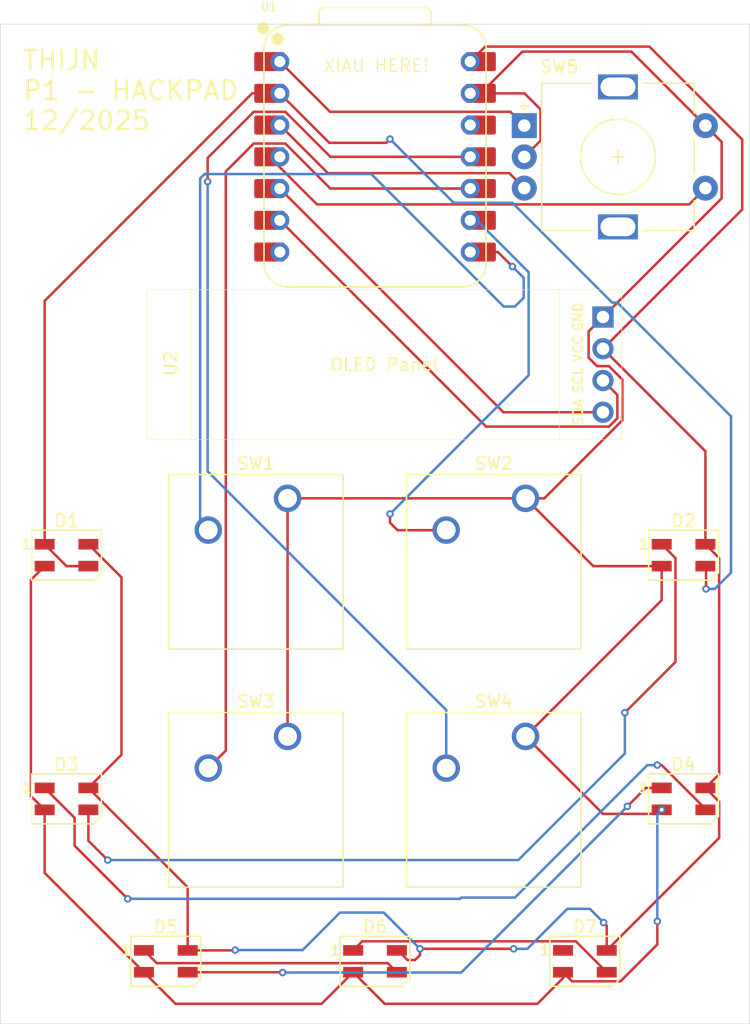
<source format=kicad_pcb>
(kicad_pcb (version 20241229) (generator "pcbnew") (generator_version "9.0")
  (layers (0 "F.Cu" signal) (2 "B.Cu" signal) (13 "F.Paste" user) (15 "B.Paste" user) (5 "F.SilkS" user "F.Silkscreen") (7 "B.SilkS" user "B.Silkscreen") (1 "F.Mask" user) (3 "B.Mask" user) (25 "Edge.Cuts" user))
  (net 0 "")
  (net 1 "Net-(D1-DIN)")
  (net 2 "GND")
  (net 3 "+5V")
  (net 4 "Net-(D2-DOUT)")
  (net 5 "Net-(D3-DOUT)")
  (net 6 "Net-(D4-DOUT)")
  (net 7 "Net-(D5-DOUT)")
  (net 8 "Net-(D6-DOUT)")
  (net 10 "Net-(U1-GPIO1{slash}RX)")
  (net 11 "Net-(U1-GPIO2{slash}SCK)")
  (net 12 "Net-(U1-GPIO4{slash}MISO)")
  (net 13 "Net-(U1-GPIO3{slash}MOSI)")
  (net 14 "Net-(U1-GPIO28{slash}ADC2{slash}A2)")
  (net 15 "Net-(U1-GPIO26{slash}ADC0{slash}A0)")
  (net 16 "Net-(U1-GPIO29{slash}ADC3{slash}A3)")
  (net 18 "Net-(U1-GPIO7{slash}SCL)")
  (net 20 "Net-(U1-GPIO6{slash}SDA)")
  (footprint "Button_Switch_Keyboard:SW_Cherry_MX_1.00u_PCB" (layer "F.Cu") (at 123 157)
    (property "Reference" "SW3" (at -2.54 -2.794 0) (layer "F.SilkS"))
    (property "Value" "SW_Push")
    (fp_line (start -9.525 -1.905) (end 4.445 -1.905) (stroke (width 0.12)) (layer "F.SilkS"))
    (fp_line (start -9.525 12.065) (end -9.525 -1.905) (stroke (width 0.12)) (layer "F.SilkS"))
    (fp_line (start 4.445 -1.905) (end 4.445 12.065) (stroke (width 0.12)) (layer "F.SilkS"))
    (fp_line (start 4.445 12.065) (end -9.525 12.065) (stroke (width 0.12)) (layer "F.SilkS"))
    (pad "" np_thru_hole circle (at -7.62 5.08) (size 1.7 1.7) (drill 1.7) (layers "*.Cu" "*.Mask"))
    (pad "" np_thru_hole circle (at -2.54 5.08) (size 4 4) (drill 4) (layers "*.Cu" "*.Mask"))
    (pad "" np_thru_hole circle (at 2.54 5.08) (size 1.7 1.7) (drill 1.7) (layers "*.Cu" "*.Mask"))
    (pad "1" thru_hole circle (at 0 0) (size 2.2 2.2) (drill 1.5) (layers "*.Cu" "*.Mask") (net 2 "GND"))
    (pad "2" thru_hole circle (at -6.35 2.54) (size 2.2 2.2) (drill 1.5) (layers "*.Cu" "*.Mask") (net 12 "Net-(U1-GPIO4{slash}MISO)"))
  )
  (footprint "Button_Switch_Keyboard:SW_Cherry_MX_1.00u_PCB" (layer "F.Cu") (at 123 137.95)
    (property "Reference" "SW1" (at -2.54 -2.794 0) (layer "F.SilkS"))
    (property "Value" "SW_Push")
    (fp_line (start -9.525 -1.905) (end 4.445 -1.905) (stroke (width 0.12)) (layer "F.SilkS"))
    (fp_line (start -9.525 12.065) (end -9.525 -1.905) (stroke (width 0.12)) (layer "F.SilkS"))
    (fp_line (start 4.445 -1.905) (end 4.445 12.065) (stroke (width 0.12)) (layer "F.SilkS"))
    (fp_line (start 4.445 12.065) (end -9.525 12.065) (stroke (width 0.12)) (layer "F.SilkS"))
    (pad "" np_thru_hole circle (at -7.62 5.08) (size 1.7 1.7) (drill 1.7) (layers "*.Cu" "*.Mask"))
    (pad "" np_thru_hole circle (at -2.54 5.08) (size 4 4) (drill 4) (layers "*.Cu" "*.Mask"))
    (pad "" np_thru_hole circle (at 2.54 5.08) (size 1.7 1.7) (drill 1.7) (layers "*.Cu" "*.Mask"))
    (pad "1" thru_hole circle (at 0 0) (size 2.2 2.2) (drill 1.5) (layers "*.Cu" "*.Mask") (net 2 "GND"))
    (pad "2" thru_hole circle (at -6.35 2.54) (size 2.2 2.2) (drill 1.5) (layers "*.Cu" "*.Mask") (net 10 "Net-(U1-GPIO1{slash}RX)"))
  )
  (footprint "OPL_Switch:SSD1306-0.91-OLED-4pin-128x32" (layer "F.Cu") (at 111.75 121.25)
    (property "Reference" "U2" (at 1.9 5.91 90) (layer "F.SilkS"))
    (property "Value" "SSD1306-0.91-OLED-4pin-128x32")
    (fp_line (start 0 0) (end 0 12) (stroke (width 0.04)) (layer "F.SilkS"))
    (fp_line (start 0 12) (end 38 12) (stroke (width 0.04)) (layer "F.SilkS"))
    (fp_line (start 3.5 0) (end 3.5 12) (stroke (width 0.04)) (layer "F.SilkS"))
    (fp_line (start 33 0) (end 33 12) (stroke (width 0.04)) (layer "F.SilkS"))
    (fp_line (start 38 0) (end 0 0) (stroke (width 0.04)) (layer "F.SilkS"))
    (fp_line (start 38 12) (end 38 0) (stroke (width 0.04)) (layer "F.SilkS"))
    (fp_text user "SCL" (at 34.5 7.27 270) (layer "F.SilkS") (effects (font (size 0.75 0.75))))
    (fp_text user "GND" (at 34.5 2.19 270) (layer "F.SilkS") (effects (font (size 0.75 0.75))))
    (fp_text user "VCC" (at 34.5 4.73 270) (layer "F.SilkS") (effects (font (size 0.75 0.75))))
    (fp_text user "OLED Panel" (at 19 6 0) (layer "F.SilkS"))
    (fp_text user "SDA" (at 34.5 9.81 270) (layer "F.SilkS") (effects (font (size 0.75 0.75))))
    (pad "1" thru_hole rect (at 36.5 2.19) (size 1.7 1.7) (drill 1) (layers "*.Cu" "*.Mask") (net 2 "GND"))
    (pad "2" thru_hole oval (at 36.5 4.73) (size 1.7 1.7) (drill 1) (layers "*.Cu" "*.Mask") (net 3 "+5V"))
    (pad "3" thru_hole oval (at 36.5 7.27) (size 1.7 1.7) (drill 1) (layers "*.Cu" "*.Mask") (net 18 "Net-(U1-GPIO7{slash}SCL)"))
    (pad "4" thru_hole oval (at 36.5 9.81) (size 1.7 1.7) (drill 1) (layers "*.Cu" "*.Mask") (net 20 "Net-(U1-GPIO6{slash}SDA)"))
  )
  (footprint "LED_SMD:LED_SK6812MINI_PLCC4_3.5x3.5mm_P1.75mm" (layer "F.Cu") (at 130 175)
    (property "Reference" "D6" (at 0 -2.75 0) (layer "F.SilkS"))
    (property "Value" "SK6812MINI")
    (fp_line (start -2.8 -2) (end -2.8 2) (stroke (width 0.12)) (layer "F.SilkS"))
    (fp_line (start -2.8 -2) (end 2.8 -2) (stroke (width 0.12)) (layer "F.SilkS"))
    (fp_line (start -2.8 2) (end 2.2 2) (stroke (width 0.12)) (layer "F.SilkS"))
    (fp_line (start 2.8 1.4) (end 2.2 2) (stroke (width 0.12)) (layer "F.SilkS"))
    (fp_line (start 2.8 1.4) (end 2.8 -2) (stroke (width 0.12)) (layer "F.SilkS"))
    (fp_text user "1" (at -3.2 -0.875 0) (layer "F.SilkS") (effects (font (size 0.8 0.8))))
    (pad "1" smd rect (at -1.75 -0.875) (size 1.6 0.85) (layers "F.Cu" "F.Mask" "F.Paste") (net 8 "Net-(D6-DOUT)"))
    (pad "2" smd rect (at -1.75 0.875) (size 1.6 0.85) (layers "F.Cu" "F.Mask" "F.Paste") (net 2 "GND"))
    (pad "3" smd rect (at 1.75 0.875) (size 1.6 0.85) (layers "F.Cu" "F.Mask" "F.Paste") (net 7 "Net-(D5-DOUT)"))
    (pad "4" smd rect (at 1.75 -0.875) (size 1.6 0.85) (layers "F.Cu" "F.Mask" "F.Paste") (net 3 "+5V"))
  )
  (footprint "Button_Switch_Keyboard:SW_Cherry_MX_1.00u_PCB" (layer "F.Cu") (at 142.05 137.95)
    (property "Reference" "SW2" (at -2.54 -2.794 0) (layer "F.SilkS"))
    (property "Value" "SW_Push")
    (fp_line (start -9.525 -1.905) (end 4.445 -1.905) (stroke (width 0.12)) (layer "F.SilkS"))
    (fp_line (start -9.525 12.065) (end -9.525 -1.905) (stroke (width 0.12)) (layer "F.SilkS"))
    (fp_line (start 4.445 -1.905) (end 4.445 12.065) (stroke (width 0.12)) (layer "F.SilkS"))
    (fp_line (start 4.445 12.065) (end -9.525 12.065) (stroke (width 0.12)) (layer "F.SilkS"))
    (pad "" np_thru_hole circle (at -7.62 5.08) (size 1.7 1.7) (drill 1.7) (layers "*.Cu" "*.Mask"))
    (pad "" np_thru_hole circle (at -2.54 5.08) (size 4 4) (drill 4) (layers "*.Cu" "*.Mask"))
    (pad "" np_thru_hole circle (at 2.54 5.08) (size 1.7 1.7) (drill 1.7) (layers "*.Cu" "*.Mask"))
    (pad "1" thru_hole circle (at 0 0) (size 2.2 2.2) (drill 1.5) (layers "*.Cu" "*.Mask") (net 2 "GND"))
    (pad "2" thru_hole circle (at -6.35 2.54) (size 2.2 2.2) (drill 1.5) (layers "*.Cu" "*.Mask") (net 11 "Net-(U1-GPIO2{slash}SCK)"))
  )
  (footprint "LED_SMD:LED_SK6812MINI_PLCC4_3.5x3.5mm_P1.75mm" (layer "F.Cu") (at 105.3 162)
    (property "Reference" "D3" (at 0 -2.75 0) (layer "F.SilkS"))
    (property "Value" "SK6812MINI")
    (fp_line (start -2.8 -2) (end -2.8 2) (stroke (width 0.12)) (layer "F.SilkS"))
    (fp_line (start -2.8 -2) (end 2.8 -2) (stroke (width 0.12)) (layer "F.SilkS"))
    (fp_line (start -2.8 2) (end 2.2 2) (stroke (width 0.12)) (layer "F.SilkS"))
    (fp_line (start 2.8 1.4) (end 2.2 2) (stroke (width 0.12)) (layer "F.SilkS"))
    (fp_line (start 2.8 1.4) (end 2.8 -2) (stroke (width 0.12)) (layer "F.SilkS"))
    (fp_text user "1" (at -3.2 -0.875 0) (layer "F.SilkS") (effects (font (size 0.8 0.8))))
    (pad "1" smd rect (at -1.75 -0.875) (size 1.6 0.85) (layers "F.Cu" "F.Mask" "F.Paste") (net 5 "Net-(D3-DOUT)"))
    (pad "2" smd rect (at -1.75 0.875) (size 1.6 0.85) (layers "F.Cu" "F.Mask" "F.Paste") (net 2 "GND"))
    (pad "3" smd rect (at 1.75 0.875) (size 1.6 0.85) (layers "F.Cu" "F.Mask" "F.Paste") (net 4 "Net-(D2-DOUT)"))
    (pad "4" smd rect (at 1.75 -0.875) (size 1.6 0.85) (layers "F.Cu" "F.Mask" "F.Paste") (net 3 "+5V"))
  )
  (footprint "LED_SMD:LED_SK6812MINI_PLCC4_3.5x3.5mm_P1.75mm" (layer "F.Cu") (at 154.7 142.5)
    (property "Reference" "D2" (at 0 -2.75 0) (layer "F.SilkS"))
    (property "Value" "SK6812MINI")
    (fp_line (start -2.8 -2) (end -2.8 2) (stroke (width 0.12)) (layer "F.SilkS"))
    (fp_line (start -2.8 -2) (end 2.8 -2) (stroke (width 0.12)) (layer "F.SilkS"))
    (fp_line (start -2.8 2) (end 2.2 2) (stroke (width 0.12)) (layer "F.SilkS"))
    (fp_line (start 2.8 1.4) (end 2.2 2) (stroke (width 0.12)) (layer "F.SilkS"))
    (fp_line (start 2.8 1.4) (end 2.8 -2) (stroke (width 0.12)) (layer "F.SilkS"))
    (fp_text user "1" (at -3.2 -0.875 0) (layer "F.SilkS") (effects (font (size 0.8 0.8))))
    (pad "1" smd rect (at -1.75 -0.875) (size 1.6 0.85) (layers "F.Cu" "F.Mask" "F.Paste") (net 4 "Net-(D2-DOUT)"))
    (pad "2" smd rect (at -1.75 0.875) (size 1.6 0.85) (layers "F.Cu" "F.Mask" "F.Paste") (net 2 "GND"))
    (pad "3" smd rect (at 1.75 0.875) (size 1.6 0.85) (layers "F.Cu" "F.Mask" "F.Paste") (net 1 "Net-(D1-DIN)"))
    (pad "4" smd rect (at 1.75 -0.875) (size 1.6 0.85) (layers "F.Cu" "F.Mask" "F.Paste") (net 3 "+5V"))
  )
  (footprint "LED_SMD:LED_SK6812MINI_PLCC4_3.5x3.5mm_P1.75mm" (layer "F.Cu") (at 146.8 175)
    (property "Reference" "D7" (at 0 -2.75 0) (layer "F.SilkS"))
    (property "Value" "SK6812MINI")
    (fp_line (start -2.8 -2) (end -2.8 2) (stroke (width 0.12)) (layer "F.SilkS"))
    (fp_line (start -2.8 -2) (end 2.8 -2) (stroke (width 0.12)) (layer "F.SilkS"))
    (fp_line (start -2.8 2) (end 2.2 2) (stroke (width 0.12)) (layer "F.SilkS"))
    (fp_line (start 2.8 1.4) (end 2.2 2) (stroke (width 0.12)) (layer "F.SilkS"))
    (fp_line (start 2.8 1.4) (end 2.8 -2) (stroke (width 0.12)) (layer "F.SilkS"))
    (fp_text user "1" (at -3.2 -0.875 0) (layer "F.SilkS") (effects (font (size 0.8 0.8))))
    (pad "1" smd rect (at -1.75 -0.875) (size 1.6 0.85) (layers "F.Cu" "F.Mask" "F.Paste"))
    (pad "2" smd rect (at -1.75 0.875) (size 1.6 0.85) (layers "F.Cu" "F.Mask" "F.Paste") (net 2 "GND"))
    (pad "3" smd rect (at 1.75 0.875) (size 1.6 0.85) (layers "F.Cu" "F.Mask" "F.Paste") (net 8 "Net-(D6-DOUT)"))
    (pad "4" smd rect (at 1.75 -0.875) (size 1.6 0.85) (layers "F.Cu" "F.Mask" "F.Paste") (net 3 "+5V"))
  )
  (footprint "LED_SMD:LED_SK6812MINI_PLCC4_3.5x3.5mm_P1.75mm" (layer "F.Cu") (at 105.3 142.5)
    (property "Reference" "D1" (at 0 -2.75 0) (layer "F.SilkS"))
    (property "Value" "SK6812MINI")
    (fp_line (start -2.8 -2) (end -2.8 2) (stroke (width 0.12)) (layer "F.SilkS"))
    (fp_line (start -2.8 -2) (end 2.8 -2) (stroke (width 0.12)) (layer "F.SilkS"))
    (fp_line (start -2.8 2) (end 2.2 2) (stroke (width 0.12)) (layer "F.SilkS"))
    (fp_line (start 2.8 1.4) (end 2.2 2) (stroke (width 0.12)) (layer "F.SilkS"))
    (fp_line (start 2.8 1.4) (end 2.8 -2) (stroke (width 0.12)) (layer "F.SilkS"))
    (fp_text user "1" (at -3.2 -0.875 0) (layer "F.SilkS") (effects (font (size 0.8 0.8))))
    (pad "1" smd rect (at -1.75 -0.875) (size 1.6 0.85) (layers "F.Cu" "F.Mask" "F.Paste") (net 1 "Net-(D1-DIN)"))
    (pad "2" smd rect (at -1.75 0.875) (size 1.6 0.85) (layers "F.Cu" "F.Mask" "F.Paste") (net 2 "GND"))
    (pad "3" smd rect (at 1.75 0.875) (size 1.6 0.85) (layers "F.Cu" "F.Mask" "F.Paste") (net 1 "Net-(D1-DIN)"))
    (pad "4" smd rect (at 1.75 -0.875) (size 1.6 0.85) (layers "F.Cu" "F.Mask" "F.Paste") (net 3 "+5V"))
  )
  (footprint "LED_SMD:LED_SK6812MINI_PLCC4_3.5x3.5mm_P1.75mm" (layer "F.Cu") (at 113.25 175)
    (property "Reference" "D5" (at 0 -2.75 0) (layer "F.SilkS"))
    (property "Value" "SK6812MINI")
    (fp_line (start -2.8 -2) (end -2.8 2) (stroke (width 0.12)) (layer "F.SilkS"))
    (fp_line (start -2.8 -2) (end 2.8 -2) (stroke (width 0.12)) (layer "F.SilkS"))
    (fp_line (start -2.8 2) (end 2.2 2) (stroke (width 0.12)) (layer "F.SilkS"))
    (fp_line (start 2.8 1.4) (end 2.2 2) (stroke (width 0.12)) (layer "F.SilkS"))
    (fp_line (start 2.8 1.4) (end 2.8 -2) (stroke (width 0.12)) (layer "F.SilkS"))
    (fp_text user "1" (at -3.2 -0.875 0) (layer "F.SilkS") (effects (font (size 0.8 0.8))))
    (pad "1" smd rect (at -1.75 -0.875) (size 1.6 0.85) (layers "F.Cu" "F.Mask" "F.Paste") (net 7 "Net-(D5-DOUT)"))
    (pad "2" smd rect (at -1.75 0.875) (size 1.6 0.85) (layers "F.Cu" "F.Mask" "F.Paste") (net 2 "GND"))
    (pad "3" smd rect (at 1.75 0.875) (size 1.6 0.85) (layers "F.Cu" "F.Mask" "F.Paste") (net 6 "Net-(D4-DOUT)"))
    (pad "4" smd rect (at 1.75 -0.875) (size 1.6 0.85) (layers "F.Cu" "F.Mask" "F.Paste") (net 3 "+5V"))
  )
  (footprint "Button_Switch_Keyboard:SW_Cherry_MX_1.00u_PCB" (layer "F.Cu") (at 142.05 157)
    (property "Reference" "SW4" (at -2.54 -2.794 0) (layer "F.SilkS"))
    (property "Value" "SW_Push")
    (fp_line (start -9.525 -1.905) (end 4.445 -1.905) (stroke (width 0.12)) (layer "F.SilkS"))
    (fp_line (start -9.525 12.065) (end -9.525 -1.905) (stroke (width 0.12)) (layer "F.SilkS"))
    (fp_line (start 4.445 -1.905) (end 4.445 12.065) (stroke (width 0.12)) (layer "F.SilkS"))
    (fp_line (start 4.445 12.065) (end -9.525 12.065) (stroke (width 0.12)) (layer "F.SilkS"))
    (pad "" np_thru_hole circle (at -7.62 5.08) (size 1.7 1.7) (drill 1.7) (layers "*.Cu" "*.Mask"))
    (pad "" np_thru_hole circle (at -2.54 5.08) (size 4 4) (drill 4) (layers "*.Cu" "*.Mask"))
    (pad "" np_thru_hole circle (at 2.54 5.08) (size 1.7 1.7) (drill 1.7) (layers "*.Cu" "*.Mask"))
    (pad "1" thru_hole circle (at 0 0) (size 2.2 2.2) (drill 1.5) (layers "*.Cu" "*.Mask") (net 2 "GND"))
    (pad "2" thru_hole circle (at -6.35 2.54) (size 2.2 2.2) (drill 1.5) (layers "*.Cu" "*.Mask") (net 13 "Net-(U1-GPIO3{slash}MOSI)"))
  )
  (footprint "LED_SMD:LED_SK6812MINI_PLCC4_3.5x3.5mm_P1.75mm" (layer "F.Cu") (at 154.7 162)
    (property "Reference" "D4" (at 0 -2.75 0) (layer "F.SilkS"))
    (property "Value" "SK6812MINI")
    (fp_line (start -2.8 -2) (end -2.8 2) (stroke (width 0.12)) (layer "F.SilkS"))
    (fp_line (start -2.8 -2) (end 2.8 -2) (stroke (width 0.12)) (layer "F.SilkS"))
    (fp_line (start -2.8 2) (end 2.2 2) (stroke (width 0.12)) (layer "F.SilkS"))
    (fp_line (start 2.8 1.4) (end 2.2 2) (stroke (width 0.12)) (layer "F.SilkS"))
    (fp_line (start 2.8 1.4) (end 2.8 -2) (stroke (width 0.12)) (layer "F.SilkS"))
    (fp_text user "1" (at -3.2 -0.875 0) (layer "F.SilkS") (effects (font (size 0.8 0.8))))
    (pad "1" smd rect (at -1.75 -0.875) (size 1.6 0.85) (layers "F.Cu" "F.Mask" "F.Paste") (net 6 "Net-(D4-DOUT)"))
    (pad "2" smd rect (at -1.75 0.875) (size 1.6 0.85) (layers "F.Cu" "F.Mask" "F.Paste") (net 2 "GND"))
    (pad "3" smd rect (at 1.75 0.875) (size 1.6 0.85) (layers "F.Cu" "F.Mask" "F.Paste") (net 5 "Net-(D3-DOUT)"))
    (pad "4" smd rect (at 1.75 -0.875) (size 1.6 0.85) (layers "F.Cu" "F.Mask" "F.Paste") (net 3 "+5V"))
  )
  (footprint "OPL_Switch:XIAO-RP2040-DIP" (layer "F.Cu") (at 130 110.62)
    (property "Reference" "U1" (at -8.5 -12 0) (layer "F.SilkS") (effects (font (size 0.635 0.635) (thickness 0.1016))))
    (property "Value" "XIAO-RP2040-DIP")
    (fp_line (start -8.89 8.509) (end -8.89 -8.636) (stroke (width 0.127)) (layer "F.SilkS"))
    (fp_line (start -6.985 10.414) (end 6.985 10.414) (stroke (width 0.127)) (layer "F.SilkS"))
    (fp_line (start -4.495 -10.541) (end -4.491272 -11.451272) (stroke (width 0.127)) (layer "F.SilkS"))
    (fp_line (start -3.991272 -11.951) (end 4.004 -11.951) (stroke (width 0.127)) (layer "F.SilkS"))
    (fp_line (start 4.504 -11.451) (end 4.504 -10.541) (stroke (width 0.127)) (layer "F.SilkS"))
    (fp_line (start 6.985 -10.541) (end -6.985 -10.541) (stroke (width 0.1)) (layer "F.SilkS"))
    (fp_line (start 6.985 -10.541) (end -6.985 -10.541) (stroke (width 0.127)) (layer "F.SilkS"))
    (fp_line (start 8.89 8.509) (end 8.89 -8.636) (stroke (width 0.127)) (layer "F.SilkS"))
    (fp_arc (start -8.89 -8.636) (mid -8.332038 -9.983038) (end -6.985 -10.541) (stroke (width 0.127)) (layer "F.SilkS"))
    (fp_arc (start -6.985 10.414) (mid -8.332038 9.856038) (end -8.89 8.509) (stroke (width 0.127)) (layer "F.SilkS"))
    (fp_arc (start -4.491272 -11.451272) (mid -4.344728 -11.80464) (end -3.991272 -11.951) (stroke (width 0.127)) (layer "F.SilkS"))
    (fp_arc (start 4.004 -11.951) (mid 4.357553 -11.804553) (end 4.504 -11.451) (stroke (width 0.127)) (layer "F.SilkS"))
    (fp_arc (start 6.985 -10.541) (mid 8.332038 -9.983038) (end 8.89 -8.636) (stroke (width 0.127)) (layer "F.SilkS"))
    (fp_arc (start 8.89 8.509) (mid 8.332038 9.856038) (end 6.985 10.414) (stroke (width 0.127)) (layer "F.SilkS"))
    (fp_circle (center -8.95 -10.3) (end -8.95 -10.554) (stroke (width 0.5)) (fill yes) (layer "F.SilkS"))
    (fp_circle (center -7.807 -9.42) (end -7.807 -9.674) (stroke (width 0.5)) (fill yes) (layer "F.SilkS"))
    (pad "1" smd roundrect (at -8.455 -7.62 180) (size 2.432 1.524) (layers "F.Cu" "F.Mask") (roundrect_rratio 0.1) (net 15 "Net-(U1-GPIO26{slash}ADC0{slash}A0)"))
    (pad "1" thru_hole circle (at -7.62 -7.62 180) (size 1.524 1.524) (drill 0.889) (layers "*.Cu" "*.Mask") (net 15 "Net-(U1-GPIO26{slash}ADC0{slash}A0)"))
    (pad "2" smd roundrect (at -8.455 -5.08 180) (size 2.432 1.524) (layers "F.Cu" "F.Mask") (roundrect_rratio 0.1) (net 1 "Net-(D1-DIN)"))
    (pad "2" thru_hole circle (at -7.62 -5.08 180) (size 1.524 1.524) (drill 0.889) (layers "*.Cu" "*.Mask") (net 1 "Net-(D1-DIN)"))
    (pad "3" smd roundrect (at -8.455 -2.54 180) (size 2.432 1.524) (layers "F.Cu" "F.Mask") (roundrect_rratio 0.1) (net 14 "Net-(U1-GPIO28{slash}ADC2{slash}A2)"))
    (pad "3" thru_hole circle (at -7.62 -2.54 180) (size 1.524 1.524) (drill 0.889) (layers "*.Cu" "*.Mask") (net 14 "Net-(U1-GPIO28{slash}ADC2{slash}A2)"))
    (pad "4" smd roundrect (at -8.455 0 180) (size 2.432 1.524) (layers "F.Cu" "F.Mask") (roundrect_rratio 0.1) (net 16 "Net-(U1-GPIO29{slash}ADC3{slash}A3)"))
    (pad "4" thru_hole circle (at -7.62 0 180) (size 1.524 1.524) (drill 0.889) (layers "*.Cu" "*.Mask") (net 16 "Net-(U1-GPIO29{slash}ADC3{slash}A3)"))
    (pad "5" smd roundrect (at -8.455 2.54 180) (size 2.432 1.524) (layers "F.Cu" "F.Mask") (roundrect_rratio 0.1) (net 20 "Net-(U1-GPIO6{slash}SDA)"))
    (pad "5" thru_hole circle (at -7.62 2.54 180) (size 1.524 1.524) (drill 0.889) (layers "*.Cu" "*.Mask") (net 20 "Net-(U1-GPIO6{slash}SDA)"))
    (pad "6" smd roundrect (at -8.455 5.08 180) (size 2.432 1.524) (layers "F.Cu" "F.Mask") (roundrect_rratio 0.1) (net 18 "Net-(U1-GPIO7{slash}SCL)"))
    (pad "6" thru_hole circle (at -7.62 5.08 180) (size 1.524 1.524) (drill 0.889) (layers "*.Cu" "*.Mask") (net 18 "Net-(U1-GPIO7{slash}SCL)"))
    (pad "7" smd roundrect (at -8.455 7.62 180) (size 2.432 1.524) (layers "F.Cu" "F.Mask") (roundrect_rratio 0.1))
    (pad "7" thru_hole circle (at -7.62 7.62 180) (size 1.524 1.524) (drill 0.889) (layers "*.Cu" "*.Mask"))
    (pad "8" thru_hole circle (at 7.62 7.62) (size 1.524 1.524) (drill 0.889) (layers "*.Cu" "*.Mask") (net 10 "Net-(U1-GPIO1{slash}RX)"))
    (pad "8" smd roundrect (at 8.455 7.62) (size 2.432 1.524) (layers "F.Cu" "F.Mask") (roundrect_rratio 0.1) (net 10 "Net-(U1-GPIO1{slash}RX)"))
    (pad "9" thru_hole circle (at 7.62 5.08) (size 1.524 1.524) (drill 0.889) (layers "*.Cu" "*.Mask") (net 11 "Net-(U1-GPIO2{slash}SCK)"))
    (pad "9" smd roundrect (at 8.455 5.08) (size 2.432 1.524) (layers "F.Cu" "F.Mask") (roundrect_rratio 0.1) (net 11 "Net-(U1-GPIO2{slash}SCK)"))
    (pad "10" thru_hole circle (at 7.62 2.54) (size 1.524 1.524) (drill 0.889) (layers "*.Cu" "*.Mask") (net 12 "Net-(U1-GPIO4{slash}MISO)"))
    (pad "10" smd roundrect (at 8.455 2.54) (size 2.432 1.524) (layers "F.Cu" "F.Mask") (roundrect_rratio 0.1) (net 12 "Net-(U1-GPIO4{slash}MISO)"))
    (pad "11" thru_hole circle (at 7.62 0) (size 1.524 1.524) (drill 0.889) (layers "*.Cu" "*.Mask") (net 13 "Net-(U1-GPIO3{slash}MOSI)"))
    (pad "11" smd roundrect (at 8.455 0) (size 2.432 1.524) (layers "F.Cu" "F.Mask") (roundrect_rratio 0.1) (net 13 "Net-(U1-GPIO3{slash}MOSI)"))
    (pad "12" thru_hole circle (at 7.62 -2.54) (size 1.524 1.524) (drill 0.889) (layers "*.Cu" "*.Mask"))
    (pad "12" smd roundrect (at 8.455 -2.54) (size 2.432 1.524) (layers "F.Cu" "F.Mask") (roundrect_rratio 0.1))
    (pad "13" thru_hole circle (at 7.62 -5.08) (size 1.524 1.524) (drill 0.889) (layers "*.Cu" "*.Mask") (net 2 "GND"))
    (pad "13" smd roundrect (at 8.455 -5.08) (size 2.432 1.524) (layers "F.Cu" "F.Mask") (roundrect_rratio 0.1) (net 2 "GND"))
    (pad "14" thru_hole circle (at 7.62 -7.62) (size 1.524 1.524) (drill 0.889) (layers "*.Cu" "*.Mask") (net 3 "+5V"))
    (pad "14" smd roundrect (at 8.455 -7.62) (size 2.432 1.524) (layers "F.Cu" "F.Mask") (roundrect_rratio 0.1) (net 3 "+5V"))
  )
  (footprint "Rotary_Encoder:RotaryEncoder_Alps_EC11E-Switch_Vertical_H20mm" (layer "F.Cu") (at 141.95 108.125)
    (property "Reference" "SW5" (at 2.8 -4.7 0) (layer "F.SilkS"))
    (property "Value" "RotaryEncoder_Switch")
    (fp_line (start -0.3 -1.6) (end 0.3 -1.6) (stroke (width 0.12)) (layer "F.SilkS"))
    (fp_line (start 0 -1.3) (end -0.3 -1.6) (stroke (width 0.12)) (layer "F.SilkS"))
    (fp_line (start 0.3 -1.6) (end 0 -1.3) (stroke (width 0.12)) (layer "F.SilkS"))
    (fp_line (start 1.4 -3.4) (end 1.4 8.4) (stroke (width 0.12)) (layer "F.SilkS"))
    (fp_line (start 5.5 -3.4) (end 1.4 -3.4) (stroke (width 0.12)) (layer "F.SilkS"))
    (fp_line (start 5.5 8.4) (end 1.4 8.4) (stroke (width 0.12)) (layer "F.SilkS"))
    (fp_line (start 7 2.5) (end 8 2.5) (stroke (width 0.12)) (layer "F.SilkS"))
    (fp_line (start 7.5 2) (end 7.5 3) (stroke (width 0.12)) (layer "F.SilkS"))
    (fp_line (start 9.5 -3.4) (end 13.6 -3.4) (stroke (width 0.12)) (layer "F.SilkS"))
    (fp_line (start 13.6 -3.4) (end 13.6 -1) (stroke (width 0.12)) (layer "F.SilkS"))
    (fp_line (start 13.6 1.2) (end 13.6 3.8) (stroke (width 0.12)) (layer "F.SilkS"))
    (fp_line (start 13.6 6) (end 13.6 8.4) (stroke (width 0.12)) (layer "F.SilkS"))
    (fp_line (start 13.6 8.4) (end 9.5 8.4) (stroke (width 0.12)) (layer "F.SilkS"))
    (fp_circle (center 7.5 2.5) (end 10.5 2.5) (stroke (width 0.12)) (fill no) (layer "F.SilkS"))
    (pad "A" thru_hole rect (at 0 0) (size 2 2) (drill 1) (layers "*.Cu" "*.Mask") (net 15 "Net-(U1-GPIO26{slash}ADC0{slash}A0)"))
    (pad "B" thru_hole circle (at 0 5) (size 2 2) (drill 1) (layers "*.Cu" "*.Mask") (net 14 "Net-(U1-GPIO28{slash}ADC2{slash}A2)"))
    (pad "C" thru_hole circle (at 0 2.5) (size 2 2) (drill 1) (layers "*.Cu" "*.Mask") (net 2 "GND"))
    (pad "MP" thru_hole rect (at 7.5 -3.1) (size 3.2 2) (drill oval 2.8 1.5) (layers "*.Cu" "*.Mask"))
    (pad "MP" thru_hole rect (at 7.5 8.1) (size 3.2 2) (drill oval 2.8 1.5) (layers "*.Cu" "*.Mask"))
    (pad "S1" thru_hole circle (at 14.5 5) (size 2 2) (drill 1) (layers "*.Cu" "*.Mask") (net 16 "Net-(U1-GPIO29{slash}ADC3{slash}A3)"))
    (pad "S2" thru_hole circle (at 14.5 0) (size 2 2) (drill 1) (layers "*.Cu" "*.Mask") (net 2 "GND"))
  )
  (gr_rect (start 100 100) (end 160 180) (stroke (width 0.05)) (fill no) (layer "Edge.Cuts"))
  (gr_text "XIAU HERE!" (at 125.8 103.9 0) (layer "F.SilkS") (effects (font (size 1 1) (thickness 0.1)) (justify left bottom)))
  (gr_text "THIJN\nP1 - HACKPAD\n12/2025" (at 101.7 108.6 0) (layer "F.SilkS") (effects (font (size 1.5 1.5) (thickness 0.2) (bold yes)) (justify left bottom)))
  (segment (start 105.3 143.375) (end 103.55 141.625) (width 0.2) (layer "F.Cu") (net 1))
  (segment (start 130.9 109.5) (end 131.2 109.2) (width 0.2) (layer "F.Cu") (net 1))
  (segment (start 156.5 143.425) (end 156.45 143.375) (width 0.2) (layer "F.Cu") (net 1))
  (segment (start 107.05 143.375) (end 105.3 143.375) (width 0.2) (layer "F.Cu") (net 1))
  (segment (start 103.55 122.15) (end 103.55 141.625) (width 0.2) (layer "F.Cu") (net 1))
  (segment (start 120.16 105.54) (end 103.55 122.15) (width 0.2) (layer "F.Cu") (net 1))
  (segment (start 122.38 105.54) (end 126.34 109.5) (width 0.2) (layer "F.Cu") (net 1))
  (segment (start 126.34 109.5) (end 130.9 109.5) (width 0.2) (layer "F.Cu") (net 1))
  (segment (start 156.5 145.2) (end 156.5 143.425) (width 0.2) (layer "F.Cu") (net 1))
  (segment (start 122.38 105.54) (end 120.16 105.54) (width 0.2) (layer "F.Cu") (net 1))
  (via (at 131.2 109.2) (size 0.6) (drill 0.3) (layers "F.Cu" "B.Cu") (net 1))
  (via (at 156.5 145.2) (size 0.6) (drill 0.3) (layers "F.Cu" "B.Cu") (net 1))
  (segment (start 141 114.3) (end 136.3 114.3) (width 0.2) (layer "B.Cu") (net 1))
  (segment (start 157.2 145.2) (end 156.9 145.2) (width 0.2) (layer "B.Cu") (net 1))
  (segment (start 158.5 131.388) (end 149.401 122.289) (width 0.2) (layer "B.Cu") (net 1))
  (segment (start 149.401 122.289) (end 148.989 122.289) (width 0.2) (layer "B.Cu") (net 1))
  (segment (start 158.5 143.9) (end 157.2 145.2) (width 0.2) (layer "B.Cu") (net 1))
  (segment (start 136.3 114.3) (end 131.2 109.2) (width 0.2) (layer "B.Cu") (net 1))
  (segment (start 156.9 145.2) (end 156.5 145.2) (width 0.2) (layer "B.Cu") (net 1))
  (segment (start 158.5 143.9) (end 158.5 131.388) (width 0.2) (layer "B.Cu") (net 1))
  (segment (start 148.989 122.289) (end 141 114.3) (width 0.2) (layer "B.Cu") (net 1))
  (segment (start 149.802 128.44424) (end 149.802 131.70286) (width 0.2) (layer "F.Cu") (net 2))
  (segment (start 111.5 175.875) (end 103.55 167.925) (width 0.2) (layer "F.Cu") (net 2))
  (segment (start 143.55486 137.95) (end 142.05 137.95) (width 0.2) (layer "F.Cu") (net 2))
  (segment (start 125.725 178.4) (end 128.25 175.875) (width 0.2) (layer "F.Cu") (net 2))
  (segment (start 157.751 113.939) (end 148.25 123.44) (width 0.2) (layer "F.Cu") (net 2))
  (segment (start 148.25 123.44) (end 147.099 124.591) (width 0.2) (layer "F.Cu") (net 2))
  (segment (start 141.795 102.2) (end 150.525 102.2) (width 0.2) (layer "F.Cu") (net 2))
  (segment (start 149.652 176.6) (end 152.6 173.652) (width 0.2) (layer "F.Cu") (net 2))
  (segment (start 143.251 109.324) (end 143.251 106.824) (width 0.2) (layer "F.Cu") (net 2))
  (segment (start 103.55 167.925) (end 103.55 162.875) (width 0.2) (layer "F.Cu") (net 2))
  (segment (start 141.967 105.54) (end 138.455 105.54) (width 0.2) (layer "F.Cu") (net 2))
  (segment (start 114.025 178.4) (end 125.725 178.4) (width 0.2) (layer "F.Cu") (net 2))
  (segment (start 138.455 105.54) (end 141.795 102.2) (width 0.2) (layer "F.Cu") (net 2))
  (segment (start 148.72676 127.369) (end 149.802 128.44424) (width 0.2) (layer "F.Cu") (net 2))
  (segment (start 149.802 131.70286) (end 143.55486 137.95) (width 0.2) (layer "F.Cu") (net 2))
  (segment (start 157.751 109.426) (end 157.751 113.939) (width 0.2) (layer "F.Cu") (net 2))
  (segment (start 142.05 137.95) (end 147.475 143.375) (width 0.2) (layer "F.Cu") (net 2))
  (segment (start 152.624 163.201) (end 148.251 163.201) (width 0.2) (layer "F.Cu") (net 2))
  (segment (start 145.05 176.35) (end 145.05 175.875) (width 0.2) (layer "F.Cu") (net 2))
  (segment (start 143 178.4) (end 145.05 176.35) (width 0.2) (layer "F.Cu") (net 2))
  (segment (start 148.251 163.201) (end 142.05 157) (width 0.2) (layer "F.Cu") (net 2))
  (segment (start 142.05 157) (end 152.95 146.1) (width 0.2) (layer "F.Cu") (net 2))
  (segment (start 147.77324 127.369) (end 148.72676 127.369) (width 0.2) (layer "F.Cu") (net 2))
  (segment (start 130.775 178.4) (end 143 178.4) (width 0.2) (layer "F.Cu") (net 2))
  (segment (start 141.95 110.625) (end 143.251 109.324) (width 0.2) (layer "F.Cu") (net 2))
  (segment (start 152.95 162.875) (end 152.624 163.201) (width 0.2) (layer "F.Cu") (net 2))
  (segment (start 123 137.95) (end 123 157) (width 0.2) (layer "F.Cu") (net 2))
  (segment (start 147.099 124.591) (end 147.099 126.69476) (width 0.2) (layer "F.Cu") (net 2))
  (segment (start 156.45 108.125) (end 157.751 109.426) (width 0.2) (layer "F.Cu") (net 2))
  (segment (start 147.099 126.69476) (end 147.77324 127.369) (width 0.2) (layer "F.Cu") (net 2))
  (segment (start 143.251 106.824) (end 141.967 105.54) (width 0.2) (layer "F.Cu") (net 2))
  (segment (start 103.55 143.375) (end 102.449 144.476) (width 0.2) (layer "F.Cu") (net 2))
  (segment (start 145.05 175.875) (end 145.775 176.6) (width 0.2) (layer "F.Cu") (net 2))
  (segment (start 123 137.95) (end 142.05 137.95) (width 0.2) (layer "F.Cu") (net 2))
  (segment (start 147.475 143.375) (end 152.95 143.375) (width 0.2) (layer "F.Cu") (net 2))
  (segment (start 102.449 161.774) (end 103.55 162.875) (width 0.2) (layer "F.Cu") (net 2))
  (segment (start 111.5 175.875) (end 114.025 178.4) (width 0.2) (layer "F.Cu") (net 2))
  (segment (start 150.525 102.2) (end 156.45 108.125) (width 0.2) (layer "F.Cu") (net 2))
  (segment (start 128.25 175.875) (end 130.775 178.4) (width 0.2) (layer "F.Cu") (net 2))
  (segment (start 152.95 146.1) (end 152.95 143.375) (width 0.2) (layer "F.Cu") (net 2))
  (segment (start 102.449 144.476) (end 102.449 161.774) (width 0.2) (layer "F.Cu") (net 2))
  (segment (start 152.6 173.652) (end 152.6 171.8) (width 0.2) (layer "F.Cu") (net 2))
  (segment (start 145.775 176.6) (end 149.652 176.6) (width 0.2) (layer "F.Cu") (net 2))
  (via (at 152.95 162.875) (size 0.6) (drill 0.3) (layers "F.Cu" "B.Cu") (net 2))
  (via (at 152.6 171.8) (size 0.6) (drill 0.3) (layers "F.Cu" "B.Cu") (net 2))
  (segment (start 152.6 163.225) (end 152.95 162.875) (width 0.2) (layer "B.Cu") (net 2))
  (segment (start 152.6 171.8) (end 152.6 163.225) (width 0.2) (layer "B.Cu") (net 2))
  (segment (start 157.551 162.226) (end 156.45 161.125) (width 0.2) (layer "F.Cu") (net 3))
  (segment (start 138.821 101.799) (end 151.963892 101.799) (width 0.2) (layer "F.Cu") (net 3))
  (segment (start 115 169.075) (end 115 174.125) (width 0.2) (layer "F.Cu") (net 3))
  (segment (start 133.2 174.9) (end 132.6 174.9) (width 0.2) (layer "F.Cu") (net 3))
  (segment (start 157.551 142.726) (end 156.45 141.625) (width 0.2) (layer "F.Cu") (net 3))
  (segment (start 133.601 174) (end 141.1 174) (width 0.2) (layer "F.Cu") (net 3))
  (segment (start 107.05 161.125) (end 115 169.075) (width 0.2) (layer "F.Cu") (net 3))
  (segment (start 107.05 161.125) (end 109.7 158.475) (width 0.2) (layer "F.Cu") (net 3))
  (segment (start 156.45 134.18) (end 148.25 125.98) (width 0.2) (layer "F.Cu") (net 3))
  (segment (start 115 174.125) (end 118.775 174.125) (width 0.2) (layer "F.Cu") (net 3))
  (segment (start 157.551 160.024) (end 157.551 142.726) (width 0.2) (layer "F.Cu") (net 3))
  (segment (start 131.825 174.125) (end 131.75 174.125) (width 0.2) (layer "F.Cu") (net 3))
  (segment (start 156.45 141.625) (end 156.45 134.18) (width 0.2) (layer "F.Cu") (net 3))
  (segment (start 157.551 165.124) (end 157.551 162.226) (width 0.2) (layer "F.Cu") (net 3))
  (segment (start 151.963892 101.799) (end 159.399 109.234108) (width 0.2) (layer "F.Cu") (net 3))
  (segment (start 133.6 174.5) (end 133.2 174.9) (width 0.2) (layer "F.Cu") (net 3))
  (segment (start 133.6 173.999) (end 133.6 174.5) (width 0.2) (layer "F.Cu") (net 3))
  (segment (start 148.55 172.15) (end 148.55 174.125) (width 0.2) (layer "F.Cu") (net 3))
  (segment (start 148.55 174.125) (end 157.551 165.124) (width 0.2) (layer "F.Cu") (net 3))
  (segment (start 109.7 144.275) (end 107.05 141.625) (width 0.2) (layer "F.Cu") (net 3))
  (segment (start 148.3 171.9) (end 148.55 172.15) (width 0.2) (layer "F.Cu") (net 3))
  (segment (start 156.45 161.125) (end 157.551 160.024) (width 0.2) (layer "F.Cu") (net 3))
  (segment (start 109.7 158.475) (end 109.7 144.275) (width 0.2) (layer "F.Cu") (net 3))
  (segment (start 118.775 174.125) (end 118.8 174.1) (width 0.2) (layer "F.Cu") (net 3))
  (segment (start 137.62 103) (end 138.821 101.799) (width 0.2) (layer "F.Cu") (net 3))
  (segment (start 132.6 174.9) (end 131.825 174.125) (width 0.2) (layer "F.Cu") (net 3))
  (segment (start 159.399 109.234108) (end 159.399 114.831) (width 0.2) (layer "F.Cu") (net 3))
  (segment (start 133.6 173.999) (end 133.601 174) (width 0.2) (layer "F.Cu") (net 3))
  (segment (start 159.399 114.831) (end 148.25 125.98) (width 0.2) (layer "F.Cu") (net 3))
  (via (at 118.8 174.1) (size 0.6) (drill 0.3) (layers "F.Cu" "B.Cu") (net 3))
  (via (at 141.1 174) (size 0.6) (drill 0.3) (layers "F.Cu" "B.Cu") (net 3))
  (via (at 133.6 173.999) (size 0.6) (drill 0.3) (layers "F.Cu" "B.Cu") (net 3))
  (via (at 148.3 171.9) (size 0.6) (drill 0.3) (layers "F.Cu" "B.Cu") (net 3))
  (segment (start 142.2 174) (end 145.4 170.8) (width 0.2) (layer "B.Cu") (net 3))
  (segment (start 147.2 170.8) (end 148.3 171.9) (width 0.2) (layer "B.Cu") (net 3))
  (segment (start 118.8 174.1) (end 124.2 174.1) (width 0.2) (layer "B.Cu") (net 3))
  (segment (start 145.4 170.8) (end 147.2 170.8) (width 0.2) (layer "B.Cu") (net 3))
  (segment (start 141.1 174) (end 142.2 174) (width 0.2) (layer "B.Cu") (net 3))
  (segment (start 124.2 174.1) (end 127.2 171.1) (width 0.2) (layer "B.Cu") (net 3))
  (segment (start 127.2 171.1) (end 130.701 171.1) (width 0.2) (layer "B.Cu") (net 3))
  (segment (start 130.701 171.1) (end 133.6 173.999) (width 0.2) (layer "B.Cu") (net 3))
  (segment (start 154.051 142.726) (end 152.95 141.625) (width 0.2) (layer "F.Cu") (net 4))
  (segment (start 150 155.1) (end 154.051 151.049) (width 0.2) (layer "F.Cu") (net 4))
  (segment (start 107.05 162.875) (end 107.05 165.35) (width 0.2) (layer "F.Cu") (net 4))
  (segment (start 107.05 165.35) (end 108.6 166.9) (width 0.2) (layer "F.Cu") (net 4))
  (segment (start 154.051 151.049) (end 154.051 142.726) (width 0.2) (layer "F.Cu") (net 4))
  (via (at 108.6 166.9) (size 0.6) (drill 0.3) (layers "F.Cu" "B.Cu") (net 4))
  (via (at 150 155.1) (size 0.6) (drill 0.3) (layers "F.Cu" "B.Cu") (net 4))
  (segment (start 141.46847 166.9) (end 150 158.36847) (width 0.2) (layer "B.Cu") (net 4))
  (segment (start 150 158.36847) (end 150 155.1) (width 0.2) (layer "B.Cu") (net 4))
  (segment (start 108.6 166.9) (end 141.46847 166.9) (width 0.2) (layer "B.Cu") (net 4))
  (segment (start 156.45 162.798) (end 156.45 162.875) (width 0.2) (layer "F.Cu") (net 5))
  (segment (start 105.949 165.749) (end 110.2 170) (width 0.2) (layer "F.Cu") (net 5))
  (segment (start 103.55 161.125) (end 105.949 163.524) (width 0.2) (layer "F.Cu") (net 5))
  (segment (start 152.952 159.3) (end 156.45 162.798) (width 0.2) (layer "F.Cu") (net 5))
  (segment (start 105.949 163.524) (end 105.949 165.749) (width 0.2) (layer "F.Cu") (net 5))
  (segment (start 152.6 159.3) (end 152.952 159.3) (width 0.2) (layer "F.Cu") (net 5))
  (via (at 152.6 159.3) (size 0.6) (drill 0.3) (layers "F.Cu" "B.Cu") (net 5))
  (via (at 110.2 170) (size 0.6) (drill 0.3) (layers "F.Cu" "B.Cu") (net 5))
  (segment (start 136.8 170) (end 136.9 169.9) (width 0.2) (layer "B.Cu") (net 5))
  (segment (start 141.2 169.9) (end 151.6 159.5) (width 0.2) (layer "B.Cu") (net 5))
  (segment (start 136.9 169.9) (end 141.2 169.9) (width 0.2) (layer "B.Cu") (net 5))
  (segment (start 110.2 170) (end 136.8 170) (width 0.2) (layer "B.Cu") (net 5))
  (segment (start 151.8 159.3) (end 152.6 159.3) (width 0.2) (layer "B.Cu") (net 5))
  (segment (start 151.6 159.5) (end 151.8 159.3) (width 0.2) (layer "B.Cu") (net 5))
  (segment (start 151.675 161.125) (end 152.95 161.125) (width 0.2) (layer "F.Cu") (net 6))
  (segment (start 150.2 162.6) (end 151.675 161.125) (width 0.2) (layer "F.Cu") (net 6))
  (segment (start 122.575 175.875) (end 122.6 175.9) (width 0.2) (layer "F.Cu") (net 6))
  (segment (start 115 175.875) (end 122.575 175.875) (width 0.2) (layer "F.Cu") (net 6))
  (via (at 122.6 175.9) (size 0.6) (drill 0.3) (layers "F.Cu" "B.Cu") (net 6))
  (via (at 150.2 162.6) (size 0.6) (drill 0.3) (layers "F.Cu" "B.Cu") (net 6))
  (segment (start 122.6 175.9) (end 136.9 175.9) (width 0.2) (layer "B.Cu") (net 6))
  (segment (start 136.9 175.9) (end 150.2 162.6) (width 0.2) (layer "B.Cu") (net 6))
  (segment (start 112.524 175.149) (end 131.024 175.149) (width 0.2) (layer "F.Cu") (net 7))
  (segment (start 111.5 174.125) (end 112.524 175.149) (width 0.2) (layer "F.Cu") (net 7))
  (segment (start 131.024 175.149) (end 131.75 175.875) (width 0.2) (layer "F.Cu") (net 7))
  (segment (start 148.55 175.875) (end 146.074 173.399) (width 0.2) (layer "F.Cu") (net 8))
  (segment (start 146.074 173.399) (end 128.976 173.399) (width 0.2) (layer "F.Cu") (net 8))
  (segment (start 128.976 173.399) (end 128.25 174.125) (width 0.2) (layer "F.Cu") (net 8))
  (segment (start 137.62 118.24) (end 139.84 118.24) (width 0.2) (layer "F.Cu") (net 10))
  (segment (start 139.84 118.24) (end 141 119.4) (width 0.2) (layer "F.Cu") (net 10))
  (via (at 141 119.4) (size 0.6) (drill 0.3) (layers "F.Cu" "B.Cu") (net 10))
  (segment (start 129.699 111.999) (end 116.351057 111.999) (width 0.2) (layer "B.Cu") (net 10))
  (segment (start 115.999 112.351057) (end 115.999 139.839) (width 0.2) (layer "B.Cu") (net 10))
  (segment (start 140.3 122.6) (end 129.699 111.999) (width 0.2) (layer "B.Cu") (net 10))
  (segment (start 141 119.4) (end 141.9 120.3) (width 0.2) (layer "B.Cu") (net 10))
  (segment (start 141.9 121.9) (end 141.2 122.6) (width 0.2) (layer "B.Cu") (net 10))
  (segment (start 141.9 120.3) (end 141.9 121.9) (width 0.2) (layer "B.Cu") (net 10))
  (segment (start 116.351057 111.999) (end 115.999 112.351057) (width 0.2) (layer "B.Cu") (net 10))
  (segment (start 115.999 139.839) (end 116.65 140.49) (width 0.2) (layer "B.Cu") (net 10))
  (segment (start 141.2 122.6) (end 140.3 122.6) (width 0.2) (layer "B.Cu") (net 10))
  (segment (start 131.2 139.9) (end 131.2 139.2) (width 0.2) (layer "F.Cu") (net 11))
  (segment (start 135.7 140.49) (end 135.69 140.5) (width 0.2) (layer "F.Cu") (net 11))
  (segment (start 135.69 140.5) (end 131.8 140.5) (width 0.2) (layer "F.Cu") (net 11))
  (segment (start 131.8 140.5) (end 131.2 139.9) (width 0.2) (layer "F.Cu") (net 11))
  (via (at 131.2 139.2) (size 0.6) (drill 0.3) (layers "F.Cu" "B.Cu") (net 11))
  (segment (start 131.2 139.2) (end 142.301 128.099) (width 0.2) (layer "B.Cu") (net 11))
  (segment (start 142.301 119.851057) (end 138.149943 115.7) (width 0.2) (layer "B.Cu") (net 11))
  (segment (start 142.301 128.099) (end 142.301 119.851057) (width 0.2) (layer "B.Cu") (net 11))
  (segment (start 138.149943 115.7) (end 137.62 115.7) (width 0.2) (layer "B.Cu") (net 11))
  (segment (start 138.455 113.16) (end 126.42331 113.16) (width 0.2) (layer "F.Cu") (net 12))
  (segment (start 118.051 158.139) (end 116.65 159.54) (width 0.2) (layer "F.Cu") (net 12))
  (segment (start 118.051 111.795374) (end 118.051 158.139) (width 0.2) (layer "F.Cu") (net 12))
  (segment (start 120.289374 109.557) (end 118.051 111.795374) (width 0.2) (layer "F.Cu") (net 12))
  (segment (start 122.82031 109.557) (end 120.289374 109.557) (width 0.2) (layer "F.Cu") (net 12))
  (segment (start 126.42331 113.16) (end 122.82031 109.557) (width 0.2) (layer "F.Cu") (net 12))
  (segment (start 137.62 113.16) (end 126.42331 113.16) (width 0.2) (layer "F.Cu") (net 12))
  (segment (start 122.82031 107.017) (end 120.289374 107.017) (width 0.2) (layer "F.Cu") (net 13))
  (segment (start 137.62 110.62) (end 126.42331 110.62) (width 0.2) (layer "F.Cu") (net 13))
  (segment (start 120.289374 107.017) (end 116.6 110.706374) (width 0.2) (layer "F.Cu") (net 13))
  (segment (start 126.42331 110.62) (end 122.82031 107.017) (width 0.2) (layer "F.Cu") (net 13))
  (segment (start 116.6 110.706374) (end 116.6 112.6) (width 0.2) (layer "F.Cu") (net 13))
  (via (at 116.6 112.6) (size 0.6) (drill 0.3) (layers "F.Cu" "B.Cu") (net 13))
  (segment (start 116.6 135.78847) (end 135.7 154.88847) (width 0.2) (layer "B.Cu") (net 13))
  (segment (start 116.6 112.6) (end 116.6 135.78847) (width 0.2) (layer "B.Cu") (net 13))
  (segment (start 135.7 154.88847) (end 135.7 159.54) (width 0.2) (layer "B.Cu") (net 13))
  (segment (start 140.751 111.926) (end 141.95 113.125) (width 0.2) (layer "F.Cu") (net 14))
  (segment (start 126.226 111.926) (end 140.751 111.926) (width 0.2) (layer "F.Cu") (net 14))
  (segment (start 122.38 108.08) (end 126.226 111.926) (width 0.2) (layer "F.Cu") (net 14))
  (segment (start 141.95 108.125) (end 140.842 107.017) (width 0.2) (layer "F.Cu") (net 15))
  (segment (start 126.397 107.017) (end 122.38 103) (width 0.2) (layer "F.Cu") (net 15))
  (segment (start 140.842 107.017) (end 126.397 107.017) (width 0.2) (layer "F.Cu") (net 15))
  (segment (start 125.351 114.426) (end 121.545 110.62) (width 0.2) (layer "F.Cu") (net 16))
  (segment (start 155.149 114.426) (end 125.351 114.426) (width 0.2) (layer "F.Cu") (net 16))
  (segment (start 156.45 113.125) (end 155.149 114.426) (width 0.2) (layer "F.Cu") (net 16))
  (segment (start 138.891 132.211) (end 148.72676 132.211) (width 0.2) (layer "F.Cu") (net 18))
  (segment (start 122.38 115.7) (end 138.891 132.211) (width 0.2) (layer "F.Cu") (net 18))
  (segment (start 148.72676 132.211) (end 149.401 131.53676) (width 0.2) (layer "F.Cu") (net 18))
  (segment (start 149.401 129.671) (end 148.25 128.52) (width 0.2) (layer "F.Cu") (net 18))
  (segment (start 149.401 131.53676) (end 149.401 129.671) (width 0.2) (layer "F.Cu") (net 18))
  (segment (start 140.28 131.06) (end 148.25 131.06) (width 0.2) (layer "F.Cu") (net 20))
  (segment (start 122.38 113.16) (end 140.28 131.06) (width 0.2) (layer "F.Cu") (net 20))
)
</source>
